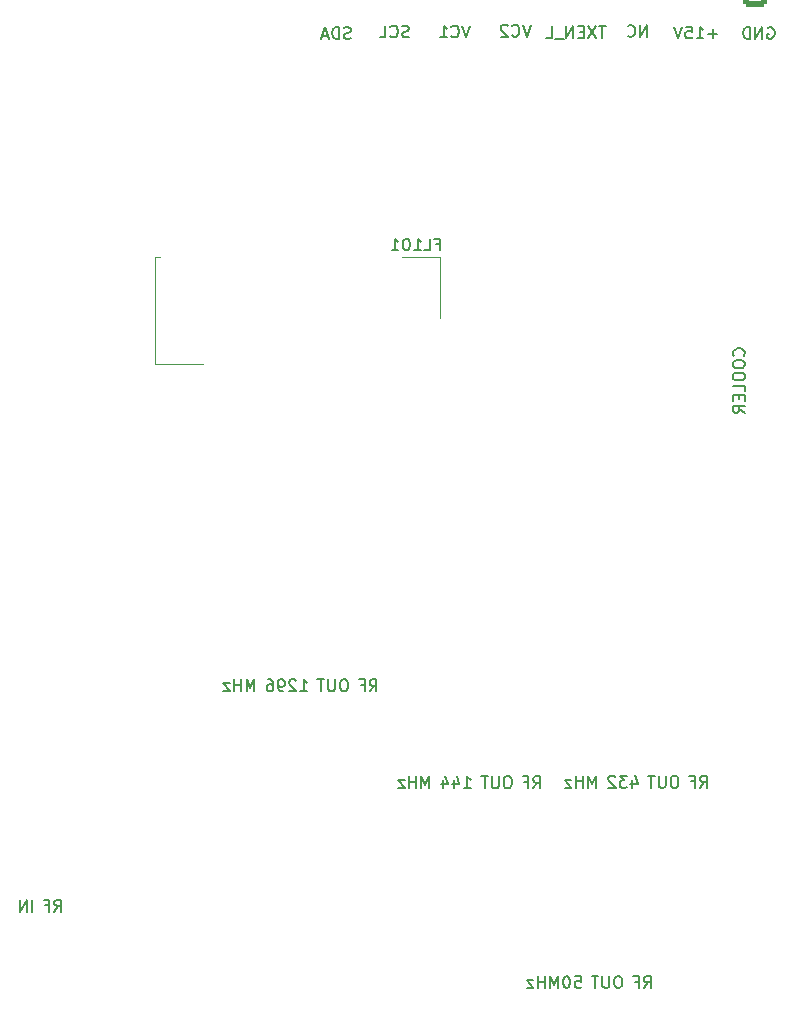
<source format=gbo>
G04 #@! TF.GenerationSoftware,KiCad,Pcbnew,(7.0.0-0)*
G04 #@! TF.CreationDate,2023-05-11T07:45:24+02:00*
G04 #@! TF.ProjectId,Filter-forest-v3,46696c74-6572-42d6-966f-726573742d76,rev?*
G04 #@! TF.SameCoordinates,Original*
G04 #@! TF.FileFunction,Legend,Bot*
G04 #@! TF.FilePolarity,Positive*
%FSLAX46Y46*%
G04 Gerber Fmt 4.6, Leading zero omitted, Abs format (unit mm)*
G04 Created by KiCad (PCBNEW (7.0.0-0)) date 2023-05-11 07:45:24*
%MOMM*%
%LPD*%
G01*
G04 APERTURE LIST*
G04 Aperture macros list*
%AMRoundRect*
0 Rectangle with rounded corners*
0 $1 Rounding radius*
0 $2 $3 $4 $5 $6 $7 $8 $9 X,Y pos of 4 corners*
0 Add a 4 corners polygon primitive as box body*
4,1,4,$2,$3,$4,$5,$6,$7,$8,$9,$2,$3,0*
0 Add four circle primitives for the rounded corners*
1,1,$1+$1,$2,$3*
1,1,$1+$1,$4,$5*
1,1,$1+$1,$6,$7*
1,1,$1+$1,$8,$9*
0 Add four rect primitives between the rounded corners*
20,1,$1+$1,$2,$3,$4,$5,0*
20,1,$1+$1,$4,$5,$6,$7,0*
20,1,$1+$1,$6,$7,$8,$9,0*
20,1,$1+$1,$8,$9,$2,$3,0*%
G04 Aperture macros list end*
%ADD10C,0.150000*%
%ADD11C,0.120000*%
%ADD12C,2.000000*%
%ADD13C,1.500000*%
%ADD14C,0.200000*%
%ADD15R,2.600000X2.600000*%
%ADD16O,2.600000X2.600000*%
%ADD17C,0.610000*%
%ADD18C,2.500000*%
%ADD19C,3.500000*%
%ADD20C,5.600000*%
%ADD21R,4.200000X1.350000*%
%ADD22RoundRect,0.249999X0.790001X1.550001X-0.790001X1.550001X-0.790001X-1.550001X0.790001X-1.550001X0*%
%ADD23O,2.080000X3.600000*%
%ADD24C,2.610000*%
%ADD25O,1.800000X1.000000*%
G04 #@! TA.AperFunction,Profile*
%ADD26C,0.100000*%
G04 #@! TD*
G04 APERTURE END LIST*
D10*
X120290476Y-99912380D02*
X120623809Y-99436190D01*
X120861904Y-99912380D02*
X120861904Y-98912380D01*
X120861904Y-98912380D02*
X120480952Y-98912380D01*
X120480952Y-98912380D02*
X120385714Y-98960000D01*
X120385714Y-98960000D02*
X120338095Y-99007619D01*
X120338095Y-99007619D02*
X120290476Y-99102857D01*
X120290476Y-99102857D02*
X120290476Y-99245714D01*
X120290476Y-99245714D02*
X120338095Y-99340952D01*
X120338095Y-99340952D02*
X120385714Y-99388571D01*
X120385714Y-99388571D02*
X120480952Y-99436190D01*
X120480952Y-99436190D02*
X120861904Y-99436190D01*
X119528571Y-99388571D02*
X119861904Y-99388571D01*
X119861904Y-99912380D02*
X119861904Y-98912380D01*
X119861904Y-98912380D02*
X119385714Y-98912380D01*
X118214285Y-98912380D02*
X118023809Y-98912380D01*
X118023809Y-98912380D02*
X117928571Y-98960000D01*
X117928571Y-98960000D02*
X117833333Y-99055238D01*
X117833333Y-99055238D02*
X117785714Y-99245714D01*
X117785714Y-99245714D02*
X117785714Y-99579047D01*
X117785714Y-99579047D02*
X117833333Y-99769523D01*
X117833333Y-99769523D02*
X117928571Y-99864761D01*
X117928571Y-99864761D02*
X118023809Y-99912380D01*
X118023809Y-99912380D02*
X118214285Y-99912380D01*
X118214285Y-99912380D02*
X118309523Y-99864761D01*
X118309523Y-99864761D02*
X118404761Y-99769523D01*
X118404761Y-99769523D02*
X118452380Y-99579047D01*
X118452380Y-99579047D02*
X118452380Y-99245714D01*
X118452380Y-99245714D02*
X118404761Y-99055238D01*
X118404761Y-99055238D02*
X118309523Y-98960000D01*
X118309523Y-98960000D02*
X118214285Y-98912380D01*
X117357142Y-98912380D02*
X117357142Y-99721904D01*
X117357142Y-99721904D02*
X117309523Y-99817142D01*
X117309523Y-99817142D02*
X117261904Y-99864761D01*
X117261904Y-99864761D02*
X117166666Y-99912380D01*
X117166666Y-99912380D02*
X116976190Y-99912380D01*
X116976190Y-99912380D02*
X116880952Y-99864761D01*
X116880952Y-99864761D02*
X116833333Y-99817142D01*
X116833333Y-99817142D02*
X116785714Y-99721904D01*
X116785714Y-99721904D02*
X116785714Y-98912380D01*
X116452380Y-98912380D02*
X115880952Y-98912380D01*
X116166666Y-99912380D02*
X116166666Y-98912380D01*
X114423809Y-99912380D02*
X114995237Y-99912380D01*
X114709523Y-99912380D02*
X114709523Y-98912380D01*
X114709523Y-98912380D02*
X114804761Y-99055238D01*
X114804761Y-99055238D02*
X114899999Y-99150476D01*
X114899999Y-99150476D02*
X114995237Y-99198095D01*
X114042856Y-99007619D02*
X113995237Y-98960000D01*
X113995237Y-98960000D02*
X113899999Y-98912380D01*
X113899999Y-98912380D02*
X113661904Y-98912380D01*
X113661904Y-98912380D02*
X113566666Y-98960000D01*
X113566666Y-98960000D02*
X113519047Y-99007619D01*
X113519047Y-99007619D02*
X113471428Y-99102857D01*
X113471428Y-99102857D02*
X113471428Y-99198095D01*
X113471428Y-99198095D02*
X113519047Y-99340952D01*
X113519047Y-99340952D02*
X114090475Y-99912380D01*
X114090475Y-99912380D02*
X113471428Y-99912380D01*
X112995237Y-99912380D02*
X112804761Y-99912380D01*
X112804761Y-99912380D02*
X112709523Y-99864761D01*
X112709523Y-99864761D02*
X112661904Y-99817142D01*
X112661904Y-99817142D02*
X112566666Y-99674285D01*
X112566666Y-99674285D02*
X112519047Y-99483809D01*
X112519047Y-99483809D02*
X112519047Y-99102857D01*
X112519047Y-99102857D02*
X112566666Y-99007619D01*
X112566666Y-99007619D02*
X112614285Y-98960000D01*
X112614285Y-98960000D02*
X112709523Y-98912380D01*
X112709523Y-98912380D02*
X112899999Y-98912380D01*
X112899999Y-98912380D02*
X112995237Y-98960000D01*
X112995237Y-98960000D02*
X113042856Y-99007619D01*
X113042856Y-99007619D02*
X113090475Y-99102857D01*
X113090475Y-99102857D02*
X113090475Y-99340952D01*
X113090475Y-99340952D02*
X113042856Y-99436190D01*
X113042856Y-99436190D02*
X112995237Y-99483809D01*
X112995237Y-99483809D02*
X112899999Y-99531428D01*
X112899999Y-99531428D02*
X112709523Y-99531428D01*
X112709523Y-99531428D02*
X112614285Y-99483809D01*
X112614285Y-99483809D02*
X112566666Y-99436190D01*
X112566666Y-99436190D02*
X112519047Y-99340952D01*
X111661904Y-98912380D02*
X111852380Y-98912380D01*
X111852380Y-98912380D02*
X111947618Y-98960000D01*
X111947618Y-98960000D02*
X111995237Y-99007619D01*
X111995237Y-99007619D02*
X112090475Y-99150476D01*
X112090475Y-99150476D02*
X112138094Y-99340952D01*
X112138094Y-99340952D02*
X112138094Y-99721904D01*
X112138094Y-99721904D02*
X112090475Y-99817142D01*
X112090475Y-99817142D02*
X112042856Y-99864761D01*
X112042856Y-99864761D02*
X111947618Y-99912380D01*
X111947618Y-99912380D02*
X111757142Y-99912380D01*
X111757142Y-99912380D02*
X111661904Y-99864761D01*
X111661904Y-99864761D02*
X111614285Y-99817142D01*
X111614285Y-99817142D02*
X111566666Y-99721904D01*
X111566666Y-99721904D02*
X111566666Y-99483809D01*
X111566666Y-99483809D02*
X111614285Y-99388571D01*
X111614285Y-99388571D02*
X111661904Y-99340952D01*
X111661904Y-99340952D02*
X111757142Y-99293333D01*
X111757142Y-99293333D02*
X111947618Y-99293333D01*
X111947618Y-99293333D02*
X112042856Y-99340952D01*
X112042856Y-99340952D02*
X112090475Y-99388571D01*
X112090475Y-99388571D02*
X112138094Y-99483809D01*
X110538094Y-99912380D02*
X110538094Y-98912380D01*
X110538094Y-98912380D02*
X110204761Y-99626666D01*
X110204761Y-99626666D02*
X109871428Y-98912380D01*
X109871428Y-98912380D02*
X109871428Y-99912380D01*
X109395237Y-99912380D02*
X109395237Y-98912380D01*
X109395237Y-99388571D02*
X108823809Y-99388571D01*
X108823809Y-99912380D02*
X108823809Y-98912380D01*
X108442856Y-99245714D02*
X107919047Y-99245714D01*
X107919047Y-99245714D02*
X108442856Y-99912380D01*
X108442856Y-99912380D02*
X107919047Y-99912380D01*
X123629523Y-44504761D02*
X123486666Y-44552380D01*
X123486666Y-44552380D02*
X123248571Y-44552380D01*
X123248571Y-44552380D02*
X123153333Y-44504761D01*
X123153333Y-44504761D02*
X123105714Y-44457142D01*
X123105714Y-44457142D02*
X123058095Y-44361904D01*
X123058095Y-44361904D02*
X123058095Y-44266666D01*
X123058095Y-44266666D02*
X123105714Y-44171428D01*
X123105714Y-44171428D02*
X123153333Y-44123809D01*
X123153333Y-44123809D02*
X123248571Y-44076190D01*
X123248571Y-44076190D02*
X123439047Y-44028571D01*
X123439047Y-44028571D02*
X123534285Y-43980952D01*
X123534285Y-43980952D02*
X123581904Y-43933333D01*
X123581904Y-43933333D02*
X123629523Y-43838095D01*
X123629523Y-43838095D02*
X123629523Y-43742857D01*
X123629523Y-43742857D02*
X123581904Y-43647619D01*
X123581904Y-43647619D02*
X123534285Y-43600000D01*
X123534285Y-43600000D02*
X123439047Y-43552380D01*
X123439047Y-43552380D02*
X123200952Y-43552380D01*
X123200952Y-43552380D02*
X123058095Y-43600000D01*
X122058095Y-44457142D02*
X122105714Y-44504761D01*
X122105714Y-44504761D02*
X122248571Y-44552380D01*
X122248571Y-44552380D02*
X122343809Y-44552380D01*
X122343809Y-44552380D02*
X122486666Y-44504761D01*
X122486666Y-44504761D02*
X122581904Y-44409523D01*
X122581904Y-44409523D02*
X122629523Y-44314285D01*
X122629523Y-44314285D02*
X122677142Y-44123809D01*
X122677142Y-44123809D02*
X122677142Y-43980952D01*
X122677142Y-43980952D02*
X122629523Y-43790476D01*
X122629523Y-43790476D02*
X122581904Y-43695238D01*
X122581904Y-43695238D02*
X122486666Y-43600000D01*
X122486666Y-43600000D02*
X122343809Y-43552380D01*
X122343809Y-43552380D02*
X122248571Y-43552380D01*
X122248571Y-43552380D02*
X122105714Y-43600000D01*
X122105714Y-43600000D02*
X122058095Y-43647619D01*
X121153333Y-44552380D02*
X121629523Y-44552380D01*
X121629523Y-44552380D02*
X121629523Y-43552380D01*
X148280476Y-108072380D02*
X148613809Y-107596190D01*
X148851904Y-108072380D02*
X148851904Y-107072380D01*
X148851904Y-107072380D02*
X148470952Y-107072380D01*
X148470952Y-107072380D02*
X148375714Y-107120000D01*
X148375714Y-107120000D02*
X148328095Y-107167619D01*
X148328095Y-107167619D02*
X148280476Y-107262857D01*
X148280476Y-107262857D02*
X148280476Y-107405714D01*
X148280476Y-107405714D02*
X148328095Y-107500952D01*
X148328095Y-107500952D02*
X148375714Y-107548571D01*
X148375714Y-107548571D02*
X148470952Y-107596190D01*
X148470952Y-107596190D02*
X148851904Y-107596190D01*
X147518571Y-107548571D02*
X147851904Y-107548571D01*
X147851904Y-108072380D02*
X147851904Y-107072380D01*
X147851904Y-107072380D02*
X147375714Y-107072380D01*
X146204285Y-107072380D02*
X146013809Y-107072380D01*
X146013809Y-107072380D02*
X145918571Y-107120000D01*
X145918571Y-107120000D02*
X145823333Y-107215238D01*
X145823333Y-107215238D02*
X145775714Y-107405714D01*
X145775714Y-107405714D02*
X145775714Y-107739047D01*
X145775714Y-107739047D02*
X145823333Y-107929523D01*
X145823333Y-107929523D02*
X145918571Y-108024761D01*
X145918571Y-108024761D02*
X146013809Y-108072380D01*
X146013809Y-108072380D02*
X146204285Y-108072380D01*
X146204285Y-108072380D02*
X146299523Y-108024761D01*
X146299523Y-108024761D02*
X146394761Y-107929523D01*
X146394761Y-107929523D02*
X146442380Y-107739047D01*
X146442380Y-107739047D02*
X146442380Y-107405714D01*
X146442380Y-107405714D02*
X146394761Y-107215238D01*
X146394761Y-107215238D02*
X146299523Y-107120000D01*
X146299523Y-107120000D02*
X146204285Y-107072380D01*
X145347142Y-107072380D02*
X145347142Y-107881904D01*
X145347142Y-107881904D02*
X145299523Y-107977142D01*
X145299523Y-107977142D02*
X145251904Y-108024761D01*
X145251904Y-108024761D02*
X145156666Y-108072380D01*
X145156666Y-108072380D02*
X144966190Y-108072380D01*
X144966190Y-108072380D02*
X144870952Y-108024761D01*
X144870952Y-108024761D02*
X144823333Y-107977142D01*
X144823333Y-107977142D02*
X144775714Y-107881904D01*
X144775714Y-107881904D02*
X144775714Y-107072380D01*
X144442380Y-107072380D02*
X143870952Y-107072380D01*
X144156666Y-108072380D02*
X144156666Y-107072380D01*
X142509047Y-107405714D02*
X142509047Y-108072380D01*
X142747142Y-107024761D02*
X142985237Y-107739047D01*
X142985237Y-107739047D02*
X142366190Y-107739047D01*
X142080475Y-107072380D02*
X141461428Y-107072380D01*
X141461428Y-107072380D02*
X141794761Y-107453333D01*
X141794761Y-107453333D02*
X141651904Y-107453333D01*
X141651904Y-107453333D02*
X141556666Y-107500952D01*
X141556666Y-107500952D02*
X141509047Y-107548571D01*
X141509047Y-107548571D02*
X141461428Y-107643809D01*
X141461428Y-107643809D02*
X141461428Y-107881904D01*
X141461428Y-107881904D02*
X141509047Y-107977142D01*
X141509047Y-107977142D02*
X141556666Y-108024761D01*
X141556666Y-108024761D02*
X141651904Y-108072380D01*
X141651904Y-108072380D02*
X141937618Y-108072380D01*
X141937618Y-108072380D02*
X142032856Y-108024761D01*
X142032856Y-108024761D02*
X142080475Y-107977142D01*
X141080475Y-107167619D02*
X141032856Y-107120000D01*
X141032856Y-107120000D02*
X140937618Y-107072380D01*
X140937618Y-107072380D02*
X140699523Y-107072380D01*
X140699523Y-107072380D02*
X140604285Y-107120000D01*
X140604285Y-107120000D02*
X140556666Y-107167619D01*
X140556666Y-107167619D02*
X140509047Y-107262857D01*
X140509047Y-107262857D02*
X140509047Y-107358095D01*
X140509047Y-107358095D02*
X140556666Y-107500952D01*
X140556666Y-107500952D02*
X141128094Y-108072380D01*
X141128094Y-108072380D02*
X140509047Y-108072380D01*
X139480475Y-108072380D02*
X139480475Y-107072380D01*
X139480475Y-107072380D02*
X139147142Y-107786666D01*
X139147142Y-107786666D02*
X138813809Y-107072380D01*
X138813809Y-107072380D02*
X138813809Y-108072380D01*
X138337618Y-108072380D02*
X138337618Y-107072380D01*
X138337618Y-107548571D02*
X137766190Y-107548571D01*
X137766190Y-108072380D02*
X137766190Y-107072380D01*
X137385237Y-107405714D02*
X136861428Y-107405714D01*
X136861428Y-107405714D02*
X137385237Y-108072380D01*
X137385237Y-108072380D02*
X136861428Y-108072380D01*
X134150476Y-108112380D02*
X134483809Y-107636190D01*
X134721904Y-108112380D02*
X134721904Y-107112380D01*
X134721904Y-107112380D02*
X134340952Y-107112380D01*
X134340952Y-107112380D02*
X134245714Y-107160000D01*
X134245714Y-107160000D02*
X134198095Y-107207619D01*
X134198095Y-107207619D02*
X134150476Y-107302857D01*
X134150476Y-107302857D02*
X134150476Y-107445714D01*
X134150476Y-107445714D02*
X134198095Y-107540952D01*
X134198095Y-107540952D02*
X134245714Y-107588571D01*
X134245714Y-107588571D02*
X134340952Y-107636190D01*
X134340952Y-107636190D02*
X134721904Y-107636190D01*
X133388571Y-107588571D02*
X133721904Y-107588571D01*
X133721904Y-108112380D02*
X133721904Y-107112380D01*
X133721904Y-107112380D02*
X133245714Y-107112380D01*
X132074285Y-107112380D02*
X131883809Y-107112380D01*
X131883809Y-107112380D02*
X131788571Y-107160000D01*
X131788571Y-107160000D02*
X131693333Y-107255238D01*
X131693333Y-107255238D02*
X131645714Y-107445714D01*
X131645714Y-107445714D02*
X131645714Y-107779047D01*
X131645714Y-107779047D02*
X131693333Y-107969523D01*
X131693333Y-107969523D02*
X131788571Y-108064761D01*
X131788571Y-108064761D02*
X131883809Y-108112380D01*
X131883809Y-108112380D02*
X132074285Y-108112380D01*
X132074285Y-108112380D02*
X132169523Y-108064761D01*
X132169523Y-108064761D02*
X132264761Y-107969523D01*
X132264761Y-107969523D02*
X132312380Y-107779047D01*
X132312380Y-107779047D02*
X132312380Y-107445714D01*
X132312380Y-107445714D02*
X132264761Y-107255238D01*
X132264761Y-107255238D02*
X132169523Y-107160000D01*
X132169523Y-107160000D02*
X132074285Y-107112380D01*
X131217142Y-107112380D02*
X131217142Y-107921904D01*
X131217142Y-107921904D02*
X131169523Y-108017142D01*
X131169523Y-108017142D02*
X131121904Y-108064761D01*
X131121904Y-108064761D02*
X131026666Y-108112380D01*
X131026666Y-108112380D02*
X130836190Y-108112380D01*
X130836190Y-108112380D02*
X130740952Y-108064761D01*
X130740952Y-108064761D02*
X130693333Y-108017142D01*
X130693333Y-108017142D02*
X130645714Y-107921904D01*
X130645714Y-107921904D02*
X130645714Y-107112380D01*
X130312380Y-107112380D02*
X129740952Y-107112380D01*
X130026666Y-108112380D02*
X130026666Y-107112380D01*
X128283809Y-108112380D02*
X128855237Y-108112380D01*
X128569523Y-108112380D02*
X128569523Y-107112380D01*
X128569523Y-107112380D02*
X128664761Y-107255238D01*
X128664761Y-107255238D02*
X128759999Y-107350476D01*
X128759999Y-107350476D02*
X128855237Y-107398095D01*
X127426666Y-107445714D02*
X127426666Y-108112380D01*
X127664761Y-107064761D02*
X127902856Y-107779047D01*
X127902856Y-107779047D02*
X127283809Y-107779047D01*
X126474285Y-107445714D02*
X126474285Y-108112380D01*
X126712380Y-107064761D02*
X126950475Y-107779047D01*
X126950475Y-107779047D02*
X126331428Y-107779047D01*
X125350475Y-108112380D02*
X125350475Y-107112380D01*
X125350475Y-107112380D02*
X125017142Y-107826666D01*
X125017142Y-107826666D02*
X124683809Y-107112380D01*
X124683809Y-107112380D02*
X124683809Y-108112380D01*
X124207618Y-108112380D02*
X124207618Y-107112380D01*
X124207618Y-107588571D02*
X123636190Y-107588571D01*
X123636190Y-108112380D02*
X123636190Y-107112380D01*
X123255237Y-107445714D02*
X122731428Y-107445714D01*
X122731428Y-107445714D02*
X123255237Y-108112380D01*
X123255237Y-108112380D02*
X122731428Y-108112380D01*
X128794761Y-43552380D02*
X128461428Y-44552380D01*
X128461428Y-44552380D02*
X128128095Y-43552380D01*
X127223333Y-44457142D02*
X127270952Y-44504761D01*
X127270952Y-44504761D02*
X127413809Y-44552380D01*
X127413809Y-44552380D02*
X127509047Y-44552380D01*
X127509047Y-44552380D02*
X127651904Y-44504761D01*
X127651904Y-44504761D02*
X127747142Y-44409523D01*
X127747142Y-44409523D02*
X127794761Y-44314285D01*
X127794761Y-44314285D02*
X127842380Y-44123809D01*
X127842380Y-44123809D02*
X127842380Y-43980952D01*
X127842380Y-43980952D02*
X127794761Y-43790476D01*
X127794761Y-43790476D02*
X127747142Y-43695238D01*
X127747142Y-43695238D02*
X127651904Y-43600000D01*
X127651904Y-43600000D02*
X127509047Y-43552380D01*
X127509047Y-43552380D02*
X127413809Y-43552380D01*
X127413809Y-43552380D02*
X127270952Y-43600000D01*
X127270952Y-43600000D02*
X127223333Y-43647619D01*
X126270952Y-44552380D02*
X126842380Y-44552380D01*
X126556666Y-44552380D02*
X126556666Y-43552380D01*
X126556666Y-43552380D02*
X126651904Y-43695238D01*
X126651904Y-43695238D02*
X126747142Y-43790476D01*
X126747142Y-43790476D02*
X126842380Y-43838095D01*
X143510476Y-125032380D02*
X143843809Y-124556190D01*
X144081904Y-125032380D02*
X144081904Y-124032380D01*
X144081904Y-124032380D02*
X143700952Y-124032380D01*
X143700952Y-124032380D02*
X143605714Y-124080000D01*
X143605714Y-124080000D02*
X143558095Y-124127619D01*
X143558095Y-124127619D02*
X143510476Y-124222857D01*
X143510476Y-124222857D02*
X143510476Y-124365714D01*
X143510476Y-124365714D02*
X143558095Y-124460952D01*
X143558095Y-124460952D02*
X143605714Y-124508571D01*
X143605714Y-124508571D02*
X143700952Y-124556190D01*
X143700952Y-124556190D02*
X144081904Y-124556190D01*
X142748571Y-124508571D02*
X143081904Y-124508571D01*
X143081904Y-125032380D02*
X143081904Y-124032380D01*
X143081904Y-124032380D02*
X142605714Y-124032380D01*
X141434285Y-124032380D02*
X141243809Y-124032380D01*
X141243809Y-124032380D02*
X141148571Y-124080000D01*
X141148571Y-124080000D02*
X141053333Y-124175238D01*
X141053333Y-124175238D02*
X141005714Y-124365714D01*
X141005714Y-124365714D02*
X141005714Y-124699047D01*
X141005714Y-124699047D02*
X141053333Y-124889523D01*
X141053333Y-124889523D02*
X141148571Y-124984761D01*
X141148571Y-124984761D02*
X141243809Y-125032380D01*
X141243809Y-125032380D02*
X141434285Y-125032380D01*
X141434285Y-125032380D02*
X141529523Y-124984761D01*
X141529523Y-124984761D02*
X141624761Y-124889523D01*
X141624761Y-124889523D02*
X141672380Y-124699047D01*
X141672380Y-124699047D02*
X141672380Y-124365714D01*
X141672380Y-124365714D02*
X141624761Y-124175238D01*
X141624761Y-124175238D02*
X141529523Y-124080000D01*
X141529523Y-124080000D02*
X141434285Y-124032380D01*
X140577142Y-124032380D02*
X140577142Y-124841904D01*
X140577142Y-124841904D02*
X140529523Y-124937142D01*
X140529523Y-124937142D02*
X140481904Y-124984761D01*
X140481904Y-124984761D02*
X140386666Y-125032380D01*
X140386666Y-125032380D02*
X140196190Y-125032380D01*
X140196190Y-125032380D02*
X140100952Y-124984761D01*
X140100952Y-124984761D02*
X140053333Y-124937142D01*
X140053333Y-124937142D02*
X140005714Y-124841904D01*
X140005714Y-124841904D02*
X140005714Y-124032380D01*
X139672380Y-124032380D02*
X139100952Y-124032380D01*
X139386666Y-125032380D02*
X139386666Y-124032380D01*
X137691428Y-124032380D02*
X138167618Y-124032380D01*
X138167618Y-124032380D02*
X138215237Y-124508571D01*
X138215237Y-124508571D02*
X138167618Y-124460952D01*
X138167618Y-124460952D02*
X138072380Y-124413333D01*
X138072380Y-124413333D02*
X137834285Y-124413333D01*
X137834285Y-124413333D02*
X137739047Y-124460952D01*
X137739047Y-124460952D02*
X137691428Y-124508571D01*
X137691428Y-124508571D02*
X137643809Y-124603809D01*
X137643809Y-124603809D02*
X137643809Y-124841904D01*
X137643809Y-124841904D02*
X137691428Y-124937142D01*
X137691428Y-124937142D02*
X137739047Y-124984761D01*
X137739047Y-124984761D02*
X137834285Y-125032380D01*
X137834285Y-125032380D02*
X138072380Y-125032380D01*
X138072380Y-125032380D02*
X138167618Y-124984761D01*
X138167618Y-124984761D02*
X138215237Y-124937142D01*
X137024761Y-124032380D02*
X136929523Y-124032380D01*
X136929523Y-124032380D02*
X136834285Y-124080000D01*
X136834285Y-124080000D02*
X136786666Y-124127619D01*
X136786666Y-124127619D02*
X136739047Y-124222857D01*
X136739047Y-124222857D02*
X136691428Y-124413333D01*
X136691428Y-124413333D02*
X136691428Y-124651428D01*
X136691428Y-124651428D02*
X136739047Y-124841904D01*
X136739047Y-124841904D02*
X136786666Y-124937142D01*
X136786666Y-124937142D02*
X136834285Y-124984761D01*
X136834285Y-124984761D02*
X136929523Y-125032380D01*
X136929523Y-125032380D02*
X137024761Y-125032380D01*
X137024761Y-125032380D02*
X137119999Y-124984761D01*
X137119999Y-124984761D02*
X137167618Y-124937142D01*
X137167618Y-124937142D02*
X137215237Y-124841904D01*
X137215237Y-124841904D02*
X137262856Y-124651428D01*
X137262856Y-124651428D02*
X137262856Y-124413333D01*
X137262856Y-124413333D02*
X137215237Y-124222857D01*
X137215237Y-124222857D02*
X137167618Y-124127619D01*
X137167618Y-124127619D02*
X137119999Y-124080000D01*
X137119999Y-124080000D02*
X137024761Y-124032380D01*
X136262856Y-125032380D02*
X136262856Y-124032380D01*
X136262856Y-124032380D02*
X135929523Y-124746666D01*
X135929523Y-124746666D02*
X135596190Y-124032380D01*
X135596190Y-124032380D02*
X135596190Y-125032380D01*
X135119999Y-125032380D02*
X135119999Y-124032380D01*
X135119999Y-124508571D02*
X134548571Y-124508571D01*
X134548571Y-125032380D02*
X134548571Y-124032380D01*
X134167618Y-124365714D02*
X133643809Y-124365714D01*
X133643809Y-124365714D02*
X134167618Y-125032380D01*
X134167618Y-125032380D02*
X133643809Y-125032380D01*
X133934761Y-43482380D02*
X133601428Y-44482380D01*
X133601428Y-44482380D02*
X133268095Y-43482380D01*
X132363333Y-44387142D02*
X132410952Y-44434761D01*
X132410952Y-44434761D02*
X132553809Y-44482380D01*
X132553809Y-44482380D02*
X132649047Y-44482380D01*
X132649047Y-44482380D02*
X132791904Y-44434761D01*
X132791904Y-44434761D02*
X132887142Y-44339523D01*
X132887142Y-44339523D02*
X132934761Y-44244285D01*
X132934761Y-44244285D02*
X132982380Y-44053809D01*
X132982380Y-44053809D02*
X132982380Y-43910952D01*
X132982380Y-43910952D02*
X132934761Y-43720476D01*
X132934761Y-43720476D02*
X132887142Y-43625238D01*
X132887142Y-43625238D02*
X132791904Y-43530000D01*
X132791904Y-43530000D02*
X132649047Y-43482380D01*
X132649047Y-43482380D02*
X132553809Y-43482380D01*
X132553809Y-43482380D02*
X132410952Y-43530000D01*
X132410952Y-43530000D02*
X132363333Y-43577619D01*
X131982380Y-43577619D02*
X131934761Y-43530000D01*
X131934761Y-43530000D02*
X131839523Y-43482380D01*
X131839523Y-43482380D02*
X131601428Y-43482380D01*
X131601428Y-43482380D02*
X131506190Y-43530000D01*
X131506190Y-43530000D02*
X131458571Y-43577619D01*
X131458571Y-43577619D02*
X131410952Y-43672857D01*
X131410952Y-43672857D02*
X131410952Y-43768095D01*
X131410952Y-43768095D02*
X131458571Y-43910952D01*
X131458571Y-43910952D02*
X132029999Y-44482380D01*
X132029999Y-44482380D02*
X131410952Y-44482380D01*
X118679523Y-44634761D02*
X118536666Y-44682380D01*
X118536666Y-44682380D02*
X118298571Y-44682380D01*
X118298571Y-44682380D02*
X118203333Y-44634761D01*
X118203333Y-44634761D02*
X118155714Y-44587142D01*
X118155714Y-44587142D02*
X118108095Y-44491904D01*
X118108095Y-44491904D02*
X118108095Y-44396666D01*
X118108095Y-44396666D02*
X118155714Y-44301428D01*
X118155714Y-44301428D02*
X118203333Y-44253809D01*
X118203333Y-44253809D02*
X118298571Y-44206190D01*
X118298571Y-44206190D02*
X118489047Y-44158571D01*
X118489047Y-44158571D02*
X118584285Y-44110952D01*
X118584285Y-44110952D02*
X118631904Y-44063333D01*
X118631904Y-44063333D02*
X118679523Y-43968095D01*
X118679523Y-43968095D02*
X118679523Y-43872857D01*
X118679523Y-43872857D02*
X118631904Y-43777619D01*
X118631904Y-43777619D02*
X118584285Y-43730000D01*
X118584285Y-43730000D02*
X118489047Y-43682380D01*
X118489047Y-43682380D02*
X118250952Y-43682380D01*
X118250952Y-43682380D02*
X118108095Y-43730000D01*
X117679523Y-44682380D02*
X117679523Y-43682380D01*
X117679523Y-43682380D02*
X117441428Y-43682380D01*
X117441428Y-43682380D02*
X117298571Y-43730000D01*
X117298571Y-43730000D02*
X117203333Y-43825238D01*
X117203333Y-43825238D02*
X117155714Y-43920476D01*
X117155714Y-43920476D02*
X117108095Y-44110952D01*
X117108095Y-44110952D02*
X117108095Y-44253809D01*
X117108095Y-44253809D02*
X117155714Y-44444285D01*
X117155714Y-44444285D02*
X117203333Y-44539523D01*
X117203333Y-44539523D02*
X117298571Y-44634761D01*
X117298571Y-44634761D02*
X117441428Y-44682380D01*
X117441428Y-44682380D02*
X117679523Y-44682380D01*
X116727142Y-44396666D02*
X116250952Y-44396666D01*
X116822380Y-44682380D02*
X116489047Y-43682380D01*
X116489047Y-43682380D02*
X116155714Y-44682380D01*
X151957142Y-71499523D02*
X152004761Y-71451904D01*
X152004761Y-71451904D02*
X152052380Y-71309047D01*
X152052380Y-71309047D02*
X152052380Y-71213809D01*
X152052380Y-71213809D02*
X152004761Y-71070952D01*
X152004761Y-71070952D02*
X151909523Y-70975714D01*
X151909523Y-70975714D02*
X151814285Y-70928095D01*
X151814285Y-70928095D02*
X151623809Y-70880476D01*
X151623809Y-70880476D02*
X151480952Y-70880476D01*
X151480952Y-70880476D02*
X151290476Y-70928095D01*
X151290476Y-70928095D02*
X151195238Y-70975714D01*
X151195238Y-70975714D02*
X151100000Y-71070952D01*
X151100000Y-71070952D02*
X151052380Y-71213809D01*
X151052380Y-71213809D02*
X151052380Y-71309047D01*
X151052380Y-71309047D02*
X151100000Y-71451904D01*
X151100000Y-71451904D02*
X151147619Y-71499523D01*
X151052380Y-72118571D02*
X151052380Y-72309047D01*
X151052380Y-72309047D02*
X151100000Y-72404285D01*
X151100000Y-72404285D02*
X151195238Y-72499523D01*
X151195238Y-72499523D02*
X151385714Y-72547142D01*
X151385714Y-72547142D02*
X151719047Y-72547142D01*
X151719047Y-72547142D02*
X151909523Y-72499523D01*
X151909523Y-72499523D02*
X152004761Y-72404285D01*
X152004761Y-72404285D02*
X152052380Y-72309047D01*
X152052380Y-72309047D02*
X152052380Y-72118571D01*
X152052380Y-72118571D02*
X152004761Y-72023333D01*
X152004761Y-72023333D02*
X151909523Y-71928095D01*
X151909523Y-71928095D02*
X151719047Y-71880476D01*
X151719047Y-71880476D02*
X151385714Y-71880476D01*
X151385714Y-71880476D02*
X151195238Y-71928095D01*
X151195238Y-71928095D02*
X151100000Y-72023333D01*
X151100000Y-72023333D02*
X151052380Y-72118571D01*
X151052380Y-73166190D02*
X151052380Y-73356666D01*
X151052380Y-73356666D02*
X151100000Y-73451904D01*
X151100000Y-73451904D02*
X151195238Y-73547142D01*
X151195238Y-73547142D02*
X151385714Y-73594761D01*
X151385714Y-73594761D02*
X151719047Y-73594761D01*
X151719047Y-73594761D02*
X151909523Y-73547142D01*
X151909523Y-73547142D02*
X152004761Y-73451904D01*
X152004761Y-73451904D02*
X152052380Y-73356666D01*
X152052380Y-73356666D02*
X152052380Y-73166190D01*
X152052380Y-73166190D02*
X152004761Y-73070952D01*
X152004761Y-73070952D02*
X151909523Y-72975714D01*
X151909523Y-72975714D02*
X151719047Y-72928095D01*
X151719047Y-72928095D02*
X151385714Y-72928095D01*
X151385714Y-72928095D02*
X151195238Y-72975714D01*
X151195238Y-72975714D02*
X151100000Y-73070952D01*
X151100000Y-73070952D02*
X151052380Y-73166190D01*
X152052380Y-74499523D02*
X152052380Y-74023333D01*
X152052380Y-74023333D02*
X151052380Y-74023333D01*
X151528571Y-74832857D02*
X151528571Y-75166190D01*
X152052380Y-75309047D02*
X152052380Y-74832857D01*
X152052380Y-74832857D02*
X151052380Y-74832857D01*
X151052380Y-74832857D02*
X151052380Y-75309047D01*
X152052380Y-76309047D02*
X151576190Y-75975714D01*
X152052380Y-75737619D02*
X151052380Y-75737619D01*
X151052380Y-75737619D02*
X151052380Y-76118571D01*
X151052380Y-76118571D02*
X151100000Y-76213809D01*
X151100000Y-76213809D02*
X151147619Y-76261428D01*
X151147619Y-76261428D02*
X151242857Y-76309047D01*
X151242857Y-76309047D02*
X151385714Y-76309047D01*
X151385714Y-76309047D02*
X151480952Y-76261428D01*
X151480952Y-76261428D02*
X151528571Y-76213809D01*
X151528571Y-76213809D02*
X151576190Y-76118571D01*
X151576190Y-76118571D02*
X151576190Y-75737619D01*
X140294761Y-43602380D02*
X139723333Y-43602380D01*
X140009047Y-44602380D02*
X140009047Y-43602380D01*
X139485237Y-43602380D02*
X138818571Y-44602380D01*
X138818571Y-43602380D02*
X139485237Y-44602380D01*
X138437618Y-44078571D02*
X138104285Y-44078571D01*
X137961428Y-44602380D02*
X138437618Y-44602380D01*
X138437618Y-44602380D02*
X138437618Y-43602380D01*
X138437618Y-43602380D02*
X137961428Y-43602380D01*
X137532856Y-44602380D02*
X137532856Y-43602380D01*
X137532856Y-43602380D02*
X136961428Y-44602380D01*
X136961428Y-44602380D02*
X136961428Y-43602380D01*
X136723333Y-44697619D02*
X135961428Y-44697619D01*
X135247142Y-44602380D02*
X135723332Y-44602380D01*
X135723332Y-44602380D02*
X135723332Y-43602380D01*
X149741904Y-44261428D02*
X148980000Y-44261428D01*
X149360952Y-44642380D02*
X149360952Y-43880476D01*
X147980000Y-44642380D02*
X148551428Y-44642380D01*
X148265714Y-44642380D02*
X148265714Y-43642380D01*
X148265714Y-43642380D02*
X148360952Y-43785238D01*
X148360952Y-43785238D02*
X148456190Y-43880476D01*
X148456190Y-43880476D02*
X148551428Y-43928095D01*
X147075238Y-43642380D02*
X147551428Y-43642380D01*
X147551428Y-43642380D02*
X147599047Y-44118571D01*
X147599047Y-44118571D02*
X147551428Y-44070952D01*
X147551428Y-44070952D02*
X147456190Y-44023333D01*
X147456190Y-44023333D02*
X147218095Y-44023333D01*
X147218095Y-44023333D02*
X147122857Y-44070952D01*
X147122857Y-44070952D02*
X147075238Y-44118571D01*
X147075238Y-44118571D02*
X147027619Y-44213809D01*
X147027619Y-44213809D02*
X147027619Y-44451904D01*
X147027619Y-44451904D02*
X147075238Y-44547142D01*
X147075238Y-44547142D02*
X147122857Y-44594761D01*
X147122857Y-44594761D02*
X147218095Y-44642380D01*
X147218095Y-44642380D02*
X147456190Y-44642380D01*
X147456190Y-44642380D02*
X147551428Y-44594761D01*
X147551428Y-44594761D02*
X147599047Y-44547142D01*
X146741904Y-43642380D02*
X146408571Y-44642380D01*
X146408571Y-44642380D02*
X146075238Y-43642380D01*
X93610476Y-118572380D02*
X93943809Y-118096190D01*
X94181904Y-118572380D02*
X94181904Y-117572380D01*
X94181904Y-117572380D02*
X93800952Y-117572380D01*
X93800952Y-117572380D02*
X93705714Y-117620000D01*
X93705714Y-117620000D02*
X93658095Y-117667619D01*
X93658095Y-117667619D02*
X93610476Y-117762857D01*
X93610476Y-117762857D02*
X93610476Y-117905714D01*
X93610476Y-117905714D02*
X93658095Y-118000952D01*
X93658095Y-118000952D02*
X93705714Y-118048571D01*
X93705714Y-118048571D02*
X93800952Y-118096190D01*
X93800952Y-118096190D02*
X94181904Y-118096190D01*
X92848571Y-118048571D02*
X93181904Y-118048571D01*
X93181904Y-118572380D02*
X93181904Y-117572380D01*
X93181904Y-117572380D02*
X92705714Y-117572380D01*
X91724761Y-118572380D02*
X91724761Y-117572380D01*
X91248571Y-118572380D02*
X91248571Y-117572380D01*
X91248571Y-117572380D02*
X90677143Y-118572380D01*
X90677143Y-118572380D02*
X90677143Y-117572380D01*
X143771904Y-44512380D02*
X143771904Y-43512380D01*
X143771904Y-43512380D02*
X143200476Y-44512380D01*
X143200476Y-44512380D02*
X143200476Y-43512380D01*
X142152857Y-44417142D02*
X142200476Y-44464761D01*
X142200476Y-44464761D02*
X142343333Y-44512380D01*
X142343333Y-44512380D02*
X142438571Y-44512380D01*
X142438571Y-44512380D02*
X142581428Y-44464761D01*
X142581428Y-44464761D02*
X142676666Y-44369523D01*
X142676666Y-44369523D02*
X142724285Y-44274285D01*
X142724285Y-44274285D02*
X142771904Y-44083809D01*
X142771904Y-44083809D02*
X142771904Y-43940952D01*
X142771904Y-43940952D02*
X142724285Y-43750476D01*
X142724285Y-43750476D02*
X142676666Y-43655238D01*
X142676666Y-43655238D02*
X142581428Y-43560000D01*
X142581428Y-43560000D02*
X142438571Y-43512380D01*
X142438571Y-43512380D02*
X142343333Y-43512380D01*
X142343333Y-43512380D02*
X142200476Y-43560000D01*
X142200476Y-43560000D02*
X142152857Y-43607619D01*
X154008095Y-43730000D02*
X154103333Y-43682380D01*
X154103333Y-43682380D02*
X154246190Y-43682380D01*
X154246190Y-43682380D02*
X154389047Y-43730000D01*
X154389047Y-43730000D02*
X154484285Y-43825238D01*
X154484285Y-43825238D02*
X154531904Y-43920476D01*
X154531904Y-43920476D02*
X154579523Y-44110952D01*
X154579523Y-44110952D02*
X154579523Y-44253809D01*
X154579523Y-44253809D02*
X154531904Y-44444285D01*
X154531904Y-44444285D02*
X154484285Y-44539523D01*
X154484285Y-44539523D02*
X154389047Y-44634761D01*
X154389047Y-44634761D02*
X154246190Y-44682380D01*
X154246190Y-44682380D02*
X154150952Y-44682380D01*
X154150952Y-44682380D02*
X154008095Y-44634761D01*
X154008095Y-44634761D02*
X153960476Y-44587142D01*
X153960476Y-44587142D02*
X153960476Y-44253809D01*
X153960476Y-44253809D02*
X154150952Y-44253809D01*
X153531904Y-44682380D02*
X153531904Y-43682380D01*
X153531904Y-43682380D02*
X152960476Y-44682380D01*
X152960476Y-44682380D02*
X152960476Y-43682380D01*
X152484285Y-44682380D02*
X152484285Y-43682380D01*
X152484285Y-43682380D02*
X152246190Y-43682380D01*
X152246190Y-43682380D02*
X152103333Y-43730000D01*
X152103333Y-43730000D02*
X152008095Y-43825238D01*
X152008095Y-43825238D02*
X151960476Y-43920476D01*
X151960476Y-43920476D02*
X151912857Y-44110952D01*
X151912857Y-44110952D02*
X151912857Y-44253809D01*
X151912857Y-44253809D02*
X151960476Y-44444285D01*
X151960476Y-44444285D02*
X152008095Y-44539523D01*
X152008095Y-44539523D02*
X152103333Y-44634761D01*
X152103333Y-44634761D02*
X152246190Y-44682380D01*
X152246190Y-44682380D02*
X152484285Y-44682380D01*
X125920476Y-62063571D02*
X126253809Y-62063571D01*
X126253809Y-62587380D02*
X126253809Y-61587380D01*
X126253809Y-61587380D02*
X125777619Y-61587380D01*
X124920476Y-62587380D02*
X125396666Y-62587380D01*
X125396666Y-62587380D02*
X125396666Y-61587380D01*
X124063333Y-62587380D02*
X124634761Y-62587380D01*
X124349047Y-62587380D02*
X124349047Y-61587380D01*
X124349047Y-61587380D02*
X124444285Y-61730238D01*
X124444285Y-61730238D02*
X124539523Y-61825476D01*
X124539523Y-61825476D02*
X124634761Y-61873095D01*
X123444285Y-61587380D02*
X123349047Y-61587380D01*
X123349047Y-61587380D02*
X123253809Y-61635000D01*
X123253809Y-61635000D02*
X123206190Y-61682619D01*
X123206190Y-61682619D02*
X123158571Y-61777857D01*
X123158571Y-61777857D02*
X123110952Y-61968333D01*
X123110952Y-61968333D02*
X123110952Y-62206428D01*
X123110952Y-62206428D02*
X123158571Y-62396904D01*
X123158571Y-62396904D02*
X123206190Y-62492142D01*
X123206190Y-62492142D02*
X123253809Y-62539761D01*
X123253809Y-62539761D02*
X123349047Y-62587380D01*
X123349047Y-62587380D02*
X123444285Y-62587380D01*
X123444285Y-62587380D02*
X123539523Y-62539761D01*
X123539523Y-62539761D02*
X123587142Y-62492142D01*
X123587142Y-62492142D02*
X123634761Y-62396904D01*
X123634761Y-62396904D02*
X123682380Y-62206428D01*
X123682380Y-62206428D02*
X123682380Y-61968333D01*
X123682380Y-61968333D02*
X123634761Y-61777857D01*
X123634761Y-61777857D02*
X123587142Y-61682619D01*
X123587142Y-61682619D02*
X123539523Y-61635000D01*
X123539523Y-61635000D02*
X123444285Y-61587380D01*
X122158571Y-62587380D02*
X122729999Y-62587380D01*
X122444285Y-62587380D02*
X122444285Y-61587380D01*
X122444285Y-61587380D02*
X122539523Y-61730238D01*
X122539523Y-61730238D02*
X122634761Y-61825476D01*
X122634761Y-61825476D02*
X122729999Y-61873095D01*
D11*
X126230000Y-72330000D02*
X126230000Y-63130000D01*
X126230000Y-63130000D02*
X102130000Y-63130000D01*
X102130000Y-72230000D02*
X126230000Y-72330000D01*
X102130000Y-63130000D02*
X102130000Y-72230000D01*
%LPC*%
D12*
X89120000Y-30960000D02*
X165122978Y-30960000D01*
X165122978Y-30960000D02*
X165122978Y-128870000D01*
X165122978Y-128870000D02*
X89120000Y-128870000D01*
X89120000Y-128870000D02*
X89120000Y-30960000D01*
D13*
X126040000Y-69100000D02*
X126040000Y-71955000D01*
D14*
G36*
X149780000Y-78051166D02*
G01*
X149005646Y-78969585D01*
X141110000Y-78960000D01*
X141100000Y-78670000D01*
X141100000Y-69880000D01*
X141110000Y-66780000D01*
X144280000Y-66780000D01*
X149780000Y-66780000D01*
X149780000Y-78051166D01*
G37*
X149780000Y-78051166D02*
X149005646Y-78969585D01*
X141110000Y-78960000D01*
X141100000Y-78670000D01*
X141100000Y-69880000D01*
X141110000Y-66780000D01*
X144280000Y-66780000D01*
X149780000Y-66780000D01*
X149780000Y-78051166D01*
D10*
X97500000Y-64650000D02*
X97900000Y-64650000D01*
D13*
X103120000Y-66970000D02*
X103120000Y-63700000D01*
X103149375Y-63730000D02*
X122550625Y-63730000D01*
X126015000Y-71910000D02*
X106985000Y-71910000D01*
X121055000Y-59950000D02*
X106605000Y-59950000D01*
X106620000Y-59981000D02*
X106620000Y-53760000D01*
X124340000Y-57239000D02*
X124340000Y-50861000D01*
X110070000Y-50822000D02*
X124330000Y-50822000D01*
G36*
X128660000Y-97810000D02*
G01*
X127660000Y-97810000D01*
X126860000Y-98610000D01*
X126760000Y-99710000D01*
X122260000Y-99610000D01*
X122360000Y-93410000D01*
X128660000Y-93310000D01*
X128660000Y-97810000D01*
G37*
D11*
X128660000Y-97810000D02*
X127660000Y-97810000D01*
X126860000Y-98610000D01*
X126760000Y-99710000D01*
X122260000Y-99610000D01*
X122360000Y-93410000D01*
X128660000Y-93310000D01*
X128660000Y-97810000D01*
G36*
X126760000Y-100610000D02*
G01*
X127560000Y-101410000D01*
X128660000Y-101510000D01*
X128560000Y-106010000D01*
X122360000Y-105910000D01*
X122260000Y-99610000D01*
X126760000Y-99610000D01*
X126760000Y-100610000D01*
G37*
X126760000Y-100610000D02*
X127560000Y-101410000D01*
X128660000Y-101510000D01*
X128560000Y-106010000D01*
X122360000Y-105910000D01*
X122260000Y-99610000D01*
X126760000Y-99610000D01*
X126760000Y-100610000D01*
G36*
X134860000Y-93410000D02*
G01*
X134960000Y-99710000D01*
X130460000Y-99710000D01*
X130460000Y-98710000D01*
X129660000Y-97910000D01*
X128560000Y-97810000D01*
X128660000Y-93310000D01*
X134860000Y-93410000D01*
G37*
X134860000Y-93410000D02*
X134960000Y-99710000D01*
X130460000Y-99710000D01*
X130460000Y-98710000D01*
X129660000Y-97910000D01*
X128560000Y-97810000D01*
X128660000Y-93310000D01*
X134860000Y-93410000D01*
G36*
X135060000Y-99810000D02*
G01*
X134960000Y-106010000D01*
X128660000Y-106110000D01*
X128660000Y-101610000D01*
X129660000Y-101610000D01*
X130460000Y-100810000D01*
X130560000Y-99710000D01*
X135060000Y-99810000D01*
G37*
X135060000Y-99810000D02*
X134960000Y-106010000D01*
X128660000Y-106110000D01*
X128660000Y-101610000D01*
X129660000Y-101610000D01*
X130460000Y-100810000D01*
X130560000Y-99710000D01*
X135060000Y-99810000D01*
G36*
X114510000Y-89980000D02*
G01*
X113510000Y-89980000D01*
X112710000Y-90780000D01*
X112610000Y-91880000D01*
X108110000Y-91780000D01*
X108210000Y-85580000D01*
X114510000Y-85480000D01*
X114510000Y-89980000D01*
G37*
X114510000Y-89980000D02*
X113510000Y-89980000D01*
X112710000Y-90780000D01*
X112610000Y-91880000D01*
X108110000Y-91780000D01*
X108210000Y-85580000D01*
X114510000Y-85480000D01*
X114510000Y-89980000D01*
G36*
X112610000Y-92780000D02*
G01*
X113410000Y-93580000D01*
X114510000Y-93680000D01*
X114410000Y-98180000D01*
X108210000Y-98080000D01*
X108110000Y-91780000D01*
X112610000Y-91780000D01*
X112610000Y-92780000D01*
G37*
X112610000Y-92780000D02*
X113410000Y-93580000D01*
X114510000Y-93680000D01*
X114410000Y-98180000D01*
X108210000Y-98080000D01*
X108110000Y-91780000D01*
X112610000Y-91780000D01*
X112610000Y-92780000D01*
G36*
X120710000Y-85580000D02*
G01*
X120810000Y-91880000D01*
X116310000Y-91880000D01*
X116310000Y-90880000D01*
X115510000Y-90080000D01*
X114410000Y-89980000D01*
X114510000Y-85480000D01*
X120710000Y-85580000D01*
G37*
X120710000Y-85580000D02*
X120810000Y-91880000D01*
X116310000Y-91880000D01*
X116310000Y-90880000D01*
X115510000Y-90080000D01*
X114410000Y-89980000D01*
X114510000Y-85480000D01*
X120710000Y-85580000D01*
G36*
X120910000Y-91980000D02*
G01*
X120810000Y-98180000D01*
X114510000Y-98280000D01*
X114510000Y-93780000D01*
X115510000Y-93780000D01*
X116310000Y-92980000D01*
X116410000Y-91880000D01*
X120910000Y-91980000D01*
G37*
X120910000Y-91980000D02*
X120810000Y-98180000D01*
X114510000Y-98280000D01*
X114510000Y-93780000D01*
X115510000Y-93780000D01*
X116310000Y-92980000D01*
X116410000Y-91880000D01*
X120910000Y-91980000D01*
G36*
X138380000Y-115060000D02*
G01*
X137380000Y-115060000D01*
X136580000Y-115860000D01*
X136480000Y-116960000D01*
X131980000Y-116860000D01*
X132080000Y-110660000D01*
X138380000Y-110560000D01*
X138380000Y-115060000D01*
G37*
X138380000Y-115060000D02*
X137380000Y-115060000D01*
X136580000Y-115860000D01*
X136480000Y-116960000D01*
X131980000Y-116860000D01*
X132080000Y-110660000D01*
X138380000Y-110560000D01*
X138380000Y-115060000D01*
G36*
X136480000Y-117860000D02*
G01*
X137280000Y-118660000D01*
X138380000Y-118760000D01*
X138280000Y-123260000D01*
X132080000Y-123160000D01*
X131980000Y-116860000D01*
X136480000Y-116860000D01*
X136480000Y-117860000D01*
G37*
X136480000Y-117860000D02*
X137280000Y-118660000D01*
X138380000Y-118760000D01*
X138280000Y-123260000D01*
X132080000Y-123160000D01*
X131980000Y-116860000D01*
X136480000Y-116860000D01*
X136480000Y-117860000D01*
G36*
X144580000Y-110660000D02*
G01*
X144680000Y-116960000D01*
X140180000Y-116960000D01*
X140180000Y-115960000D01*
X139380000Y-115160000D01*
X138280000Y-115060000D01*
X138380000Y-110560000D01*
X144580000Y-110660000D01*
G37*
X144580000Y-110660000D02*
X144680000Y-116960000D01*
X140180000Y-116960000D01*
X140180000Y-115960000D01*
X139380000Y-115160000D01*
X138280000Y-115060000D01*
X138380000Y-110560000D01*
X144580000Y-110660000D01*
G36*
X144780000Y-117060000D02*
G01*
X144680000Y-123260000D01*
X138380000Y-123360000D01*
X138380000Y-118860000D01*
X139380000Y-118860000D01*
X140180000Y-118060000D01*
X140280000Y-116960000D01*
X144780000Y-117060000D01*
G37*
X144780000Y-117060000D02*
X144680000Y-123260000D01*
X138380000Y-123360000D01*
X138380000Y-118860000D01*
X139380000Y-118860000D01*
X140180000Y-118060000D01*
X140280000Y-116960000D01*
X144780000Y-117060000D01*
G36*
X142970000Y-97940000D02*
G01*
X141970000Y-97940000D01*
X141170000Y-98740000D01*
X141070000Y-99840000D01*
X136570000Y-99740000D01*
X136670000Y-93540000D01*
X142970000Y-93440000D01*
X142970000Y-97940000D01*
G37*
X142970000Y-97940000D02*
X141970000Y-97940000D01*
X141170000Y-98740000D01*
X141070000Y-99840000D01*
X136570000Y-99740000D01*
X136670000Y-93540000D01*
X142970000Y-93440000D01*
X142970000Y-97940000D01*
G36*
X141070000Y-100740000D02*
G01*
X141870000Y-101540000D01*
X142970000Y-101640000D01*
X142870000Y-106140000D01*
X136670000Y-106040000D01*
X136570000Y-99740000D01*
X141070000Y-99740000D01*
X141070000Y-100740000D01*
G37*
X141070000Y-100740000D02*
X141870000Y-101540000D01*
X142970000Y-101640000D01*
X142870000Y-106140000D01*
X136670000Y-106040000D01*
X136570000Y-99740000D01*
X141070000Y-99740000D01*
X141070000Y-100740000D01*
G36*
X149170000Y-93540000D02*
G01*
X149270000Y-99840000D01*
X144770000Y-99840000D01*
X144770000Y-98840000D01*
X143970000Y-98040000D01*
X142870000Y-97940000D01*
X142970000Y-93440000D01*
X149170000Y-93540000D01*
G37*
X149170000Y-93540000D02*
X149270000Y-99840000D01*
X144770000Y-99840000D01*
X144770000Y-98840000D01*
X143970000Y-98040000D01*
X142870000Y-97940000D01*
X142970000Y-93440000D01*
X149170000Y-93540000D01*
G36*
X149370000Y-99940000D02*
G01*
X149270000Y-106140000D01*
X142970000Y-106240000D01*
X142970000Y-101740000D01*
X143970000Y-101740000D01*
X144770000Y-100940000D01*
X144870000Y-99840000D01*
X149370000Y-99940000D01*
G37*
X149370000Y-99940000D02*
X149270000Y-106140000D01*
X142970000Y-106240000D01*
X142970000Y-101740000D01*
X143970000Y-101740000D01*
X144770000Y-100940000D01*
X144870000Y-99840000D01*
X149370000Y-99940000D01*
D15*
X94899999Y-86319999D03*
D16*
X94899999Y-101559999D03*
D17*
X113691000Y-48857000D03*
X113691000Y-46647000D03*
D18*
X128660000Y-99710000D03*
D19*
X124260000Y-95410000D03*
X124360000Y-103910000D03*
X132960000Y-95410000D03*
X132960000Y-104010000D03*
D18*
X114510000Y-91880000D03*
D19*
X110110000Y-87580000D03*
X110210000Y-96080000D03*
X118810000Y-87580000D03*
X118810000Y-96180000D03*
D17*
X123341000Y-48807000D03*
X123341000Y-46597000D03*
D20*
X162104404Y-34030000D03*
D18*
X138380000Y-116960000D03*
D19*
X133980000Y-112660000D03*
X134080000Y-121160000D03*
X142680000Y-112660000D03*
X142680000Y-121260000D03*
D20*
X91864000Y-34030000D03*
D18*
X142970000Y-99840000D03*
D19*
X138570000Y-95540000D03*
X138670000Y-104040000D03*
X147270000Y-95540000D03*
X147270000Y-104140000D03*
D21*
X90359999Y-110204999D03*
X90359999Y-115854999D03*
D22*
X152950000Y-40190000D03*
D23*
X147869999Y-40189999D03*
X142789999Y-40189999D03*
X137709999Y-40189999D03*
X132629999Y-40189999D03*
X127549999Y-40189999D03*
X122469999Y-40189999D03*
X117389999Y-40189999D03*
D20*
X91864000Y-125978000D03*
X162104404Y-125978000D03*
D24*
X124146480Y-69926160D03*
X104440000Y-69920000D03*
X104440000Y-65320000D03*
X124146480Y-65326160D03*
D25*
X121929999Y-63929999D03*
X121829999Y-71329999D03*
D24*
X116630000Y-65330000D03*
D25*
X114429999Y-63929999D03*
X114329999Y-71329999D03*
X106929999Y-63929999D03*
X106829999Y-71329999D03*
D26*
X88138000Y-30004383D02*
X166158804Y-30004383D01*
X166158804Y-30004383D02*
X166158804Y-129944383D01*
X166158804Y-129944383D02*
X88138000Y-129944383D01*
X88138000Y-129944383D02*
X88138000Y-30004383D01*
M02*

</source>
